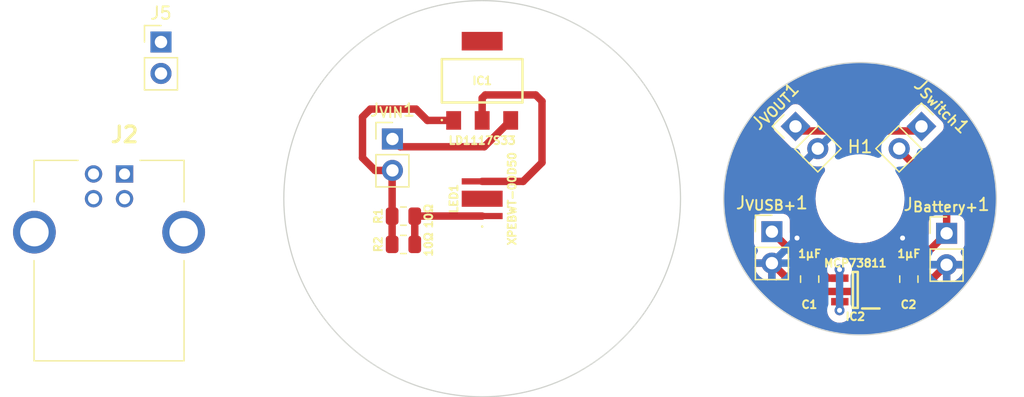
<source format=kicad_pcb>
(kicad_pcb (version 20221018) (generator pcbnew)
  (layers (0 "F.Cu" signal) (31 "B.Cu" signal) (34 "B.Paste" user) (35 "F.Paste" user) (36 "B.SilkS" user "B.Silkscreen") (37 "F.SilkS" user "F.Silkscreen") (38 "B.Mask" user) (39 "F.Mask" user) (44 "Edge.Cuts" user))
  (net 0 "")
  (net 2 "/GND")
  (net 3 "/5V")
  (net 4 "/3.7V")
  (net 5 "Net-(IC1-GND)")
  (net 10 "Net-(LED1-K)")
  (net 12 "Net-(IC1-3.3VOut)")
  (net 13 "Net-(IC1-15VIn)")
  (net 14 "Net-(J2-VBUS)")
  (net 15 "Net-(J2-GND)")
  (net 16 "Net-(J_{Switch}1-Pin_1)")
  (footprint "Connector_PinHeader_2.54mm:PinHeader_1x02_P2.54mm_Vertical" (layer "F.Cu") (at 83.185 96.774)
    (fp_text reference "J_{Battery+}1" (at 0 -2.33) (layer "F.SilkS"))
    (fp_text value "Conn_01x02_Pin")
    (fp_line (start -1.33 -1.33) (end 0 -1.33) (stroke (width 0.12)) (layer "F.SilkS"))
    (fp_line (start -1.33 0) (end -1.33 -1.33) (stroke (width 0.12)) (layer "F.SilkS"))
    (fp_line (start -1.33 1.27) (end -1.33 3.87) (stroke (width 0.12)) (layer "F.SilkS"))
    (fp_line (start -1.33 1.27) (end 1.33 1.27) (stroke (width 0.12)) (layer "F.SilkS"))
    (fp_line (start -1.33 3.87) (end 1.33 3.87) (stroke (width 0.12)) (layer "F.SilkS"))
    (fp_line (start 1.33 1.27) (end 1.33 3.87) (stroke (width 0.12)) (layer "F.SilkS"))
    (pad "1" thru_hole rect (at 0 0) (size 1.7 1.7) (drill 1) (layers "*.Cu" "*.Mask") (net 4 "/3.7V"))
    (pad "2" thru_hole oval (at 0 2.54) (size 1.7 1.7) (drill 1) (layers "*.Cu" "*.Mask") (net 2 "/GND"))
  )
  (footprint "SamacSys_Parts:LD1117S33C" (layer "F.Cu") (at 45.72 84.455)
    (fp_text reference "IC1" (at 0 0) (layer "F.SilkS") (effects (font (size 0.635 0.635))))
    (fp_text value "LD1117S33C" hide)
    (fp_text user "${Silkscreen}" (at 0 4.826) (layer "F.SilkS") (effects (font (size 0.635 0.635))))
    (fp_line (start -3.252 3.125) (end -3.252 3.125) (stroke (width 0.1)) (layer "F.SilkS"))
    (fp_line (start -3.252 3.225) (end -3.252 3.225) (stroke (width 0.1)) (layer "F.SilkS"))
    (fp_line (start -3.25 -1.75) (end 3.25 -1.75) (stroke (width 0.2)) (layer "F.SilkS"))
    (fp_line (start -3.25 1.75) (end -3.25 -1.75) (stroke (width 0.2)) (layer "F.SilkS"))
    (fp_line (start 3.25 -1.75) (end 3.25 1.75) (stroke (width 0.2)) (layer "F.SilkS"))
    (fp_line (start 3.25 1.75) (end -3.25 1.75) (stroke (width 0.2)) (layer "F.SilkS"))
    (fp_arc (start -3.252 3.125) (mid -3.202 3.175) (end -3.252 3.225) (stroke (width 0.1)) (layer "F.SilkS"))
    (fp_arc (start -3.252 3.225) (mid -3.302 3.175) (end -3.252 3.125) (stroke (width 0.1)) (layer "F.SilkS"))
    (pad "1" smd rect (at -2.3 3.2) (size 1.2 1.5) (layers "F.Cu" "F.Paste" "F.Mask") (net 5 "Net-(IC1-GND)"))
    (pad "2" smd rect (at 0 3.2) (size 1.2 1.5) (layers "F.Cu" "F.Paste" "F.Mask") (net 12 "Net-(IC1-3.3VOut)"))
    (pad "3" smd rect (at 2.3 3.2) (size 1.2 1.5) (layers "F.Cu" "F.Paste" "F.Mask") (net 13 "Net-(IC1-15VIn)"))
    (pad "4" smd rect (at 0 -3.2 90) (size 1.5 3.3) (layers "F.Cu" "F.Paste" "F.Mask"))
  )
  (footprint "Connector_PinHeader_2.54mm:PinHeader_1x02_P2.54mm_Vertical" (layer "F.Cu") (at 69.09 96.642)
    (fp_text reference "J_{VUSB+}1" (at 0 -2.33) (layer "F.SilkS"))
    (fp_text value "Conn_01x02_Pin")
    (fp_line (start -1.33 -1.33) (end 0 -1.33) (stroke (width 0.12)) (layer "F.SilkS"))
    (fp_line (start -1.33 0) (end -1.33 -1.33) (stroke (width 0.12)) (layer "F.SilkS"))
    (fp_line (start -1.33 1.27) (end -1.33 3.87) (stroke (width 0.12)) (layer "F.SilkS"))
    (fp_line (start -1.33 1.27) (end 1.33 1.27) (stroke (width 0.12)) (layer "F.SilkS"))
    (fp_line (start -1.33 3.87) (end 1.33 3.87) (stroke (width 0.12)) (layer "F.SilkS"))
    (fp_line (start 1.33 1.27) (end 1.33 3.87) (stroke (width 0.12)) (layer "F.SilkS"))
    (pad "1" thru_hole rect (at 0 0) (size 1.7 1.7) (drill 1) (layers "*.Cu" "*.Mask") (net 3 "/5V"))
    (pad "2" thru_hole oval (at 0 2.54) (size 1.7 1.7) (drill 1) (layers "*.Cu" "*.Mask") (net 2 "/GND"))
  )
  (footprint "SamacSys_Parts:C_0805" (layer "F.Cu") (at 72.138 100.456999 180)
    (fp_text reference "C1" (at 0.027 -2.075) (layer "F.SilkS") (effects (font (size 0.635 0.635))))
    (fp_text value "1μF" (at 0 2.032) (layer "F.SilkS") (effects (font (size 0.635 0.635))))
    (fp_line (start -0.735 0.245252) (end -0.735 -0.277252) (stroke (width 0.12)) (layer "F.SilkS"))
    (fp_line (start 0.735 0.245252) (end 0.735 -0.277252) (stroke (width 0.12)) (layer "F.SilkS"))
    (pad "1" smd roundrect (at 0 0.934 270) (size 1 1.45) (layers "F.Cu" "F.Paste" "F.Mask") (net 3 "/5V"))
    (pad "2" smd roundrect (at 0 -0.966 270) (size 1 1.45) (layers "F.Cu" "F.Paste" "F.Mask") (net 2 "/GND"))
  )
  (footprint "Connector_PinHeader_2.54mm:PinHeader_1x02_P2.54mm_Vertical" (layer "F.Cu") (at 70.995 88.138 45)
    (fp_text reference "J_{VOUT}1" (at 0 -2.33 45) (layer "F.SilkS"))
    (fp_text value "Conn_01x02_Pin")
    (fp_line (start -1.33 -1.33) (end 0 -1.33) (stroke (width 0.12)) (layer "F.SilkS"))
    (fp_line (start -1.33 0) (end -1.33 -1.33) (stroke (width 0.12)) (layer "F.SilkS"))
    (fp_line (start -1.33 1.27) (end -1.33 3.87) (stroke (width 0.12)) (layer "F.SilkS"))
    (fp_line (start -1.33 1.27) (end 1.33 1.27) (stroke (width 0.12)) (layer "F.SilkS"))
    (fp_line (start -1.33 3.87) (end 1.33 3.87) (stroke (width 0.12)) (layer "F.SilkS"))
    (fp_line (start 1.33 1.27) (end 1.33 3.87) (stroke (width 0.12)) (layer "F.SilkS"))
    (pad "1" thru_hole rect (at 0 0 45) (size 1.7 1.7) (drill 1) (layers "*.Cu" "*.Mask") (net 16 "Net-(J_{Switch}1-Pin_1)"))
    (pad "2" thru_hole oval (at 0 2.54 45) (size 1.7 1.7) (drill 1) (layers "*.Cu" "*.Mask") (net 2 "/GND"))
  )
  (footprint "Connector_PinHeader_2.54mm:PinHeader_1x02_P2.54mm_Vertical" (layer "F.Cu") (at 81.155 88.138 -45)
    (fp_text reference "J_{Switch}1" (at 0 -2.33 135) (layer "F.SilkS"))
    (fp_text value "Conn_01x02_Pin")
    (fp_line (start -1.33 -1.33) (end 0 -1.33) (stroke (width 0.12)) (layer "F.SilkS"))
    (fp_line (start -1.33 0) (end -1.33 -1.33) (stroke (width 0.12)) (layer "F.SilkS"))
    (fp_line (start -1.33 1.27) (end -1.33 3.87) (stroke (width 0.12)) (layer "F.SilkS"))
    (fp_line (start -1.33 1.27) (end 1.33 1.27) (stroke (width 0.12)) (layer "F.SilkS"))
    (fp_line (start -1.33 3.87) (end 1.33 3.87) (stroke (width 0.12)) (layer "F.SilkS"))
    (fp_line (start 1.33 1.27) (end 1.33 3.87) (stroke (width 0.12)) (layer "F.SilkS"))
    (pad "1" thru_hole rect (at 0 0 315) (size 1.7 1.7) (drill 1) (layers "*.Cu" "*.Mask") (net 16 "Net-(J_{Switch}1-Pin_1)"))
    (pad "2" thru_hole oval (at 0 2.54 315) (size 1.7 1.7) (drill 1) (layers "*.Cu" "*.Mask") (net 4 "/3.7V"))
  )
  (footprint "SamacSys_Parts:USBBSFBTHR" (layer "F.Cu") (at 16.871 91.98)
    (fp_text reference "J2" (at 0 -3.175 180) (layer "F.SilkS") (effects (font (size 1.27 1.27) (thickness 0.254))))
    (fp_text value "USB-B-S-F-B-TH-R" hide)
    (fp_line (start -7.3 -1.1) (end -7.3 -1.1) (stroke (width 0.1)) (layer "F.SilkS"))
    (fp_line (start -7.3 -1.1) (end -7.3 -1.1) (stroke (width 0.1)) (layer "F.SilkS"))
    (fp_line (start -7.3 -1.1) (end -7.3 2.25) (stroke (width 0.1)) (layer "F.SilkS"))
    (fp_line (start -7.3 -1.1) (end -3.75 -1.1) (stroke (width 0.1)) (layer "F.SilkS"))
    (fp_line (start -7.3 2.25) (end -7.3 -1.1) (stroke (width 0.1)) (layer "F.SilkS"))
    (fp_line (start -7.3 2.25) (end -7.3 2.25) (stroke (width 0.1)) (layer "F.SilkS"))
    (fp_line (start -7.3 7) (end -7.3 7) (stroke (width 0.1)) (layer "F.SilkS"))
    (fp_line (start -7.3 7) (end -7.3 15.1) (stroke (width 0.1)) (layer "F.SilkS"))
    (fp_line (start -7.3 15.1) (end -7.3 7) (stroke (width 0.1)) (layer "F.SilkS"))
    (fp_line (start -7.3 15.1) (end -7.3 15.1) (stroke (width 0.1)) (layer "F.SilkS"))
    (fp_line (start -7.3 15.1) (end -7.3 15.1) (stroke (width 0.1)) (layer "F.SilkS"))
    (fp_line (start -7.3 15.1) (end 4.8 15.1) (stroke (width 0.1)) (layer "F.SilkS"))
    (fp_line (start -3.75 -1.1) (end -7.3 -1.1) (stroke (width 0.1)) (layer "F.SilkS"))
    (fp_line (start -3.75 -1.1) (end -3.75 -1.1) (stroke (width 0.1)) (layer "F.SilkS"))
    (fp_line (start 1.25 -1.1) (end 1.25 -1.1) (stroke (width 0.1)) (layer "F.SilkS"))
    (fp_line (start 1.25 -1.1) (end 4.8 -1.1) (stroke (width 0.1)) (layer "F.SilkS"))
    (fp_line (start 4.8 -1.1) (end 1.25 -1.1) (stroke (width 0.1)) (layer "F.SilkS"))
    (fp_line (start 4.8 -1.1) (end 4.8 -1.1) (stroke (width 0.1)) (layer "F.SilkS"))
    (fp_line (start 4.8 -1.1) (end 4.8 -1.1) (stroke (width 0.1)) (layer "F.SilkS"))
    (fp_line (start 4.8 -1.1) (end 4.8 2.25) (stroke (width 0.1)) (layer "F.SilkS"))
    (fp_line (start 4.8 2.25) (end 4.8 -1.1) (stroke (width 0.1)) (layer "F.SilkS"))
    (fp_line (start 4.8 2.25) (end 4.8 2.25) (stroke (width 0.1)) (layer "F.SilkS"))
    (fp_line (start 4.8 7) (end 4.8 7) (stroke (width 0.1)) (layer "F.SilkS"))
    (fp_line (start 4.8 7) (end 4.8 15.1) (stroke (width 0.1)) (layer "F.SilkS"))
    (fp_line (start 4.8 15.1) (end -7.3 15.1) (stroke (width 0.1)) (layer "F.SilkS"))
    (fp_line (start 4.8 15.1) (end 4.8 7) (stroke (width 0.1)) (layer "F.SilkS"))
    (fp_line (start 4.8 15.1) (end 4.8 15.1) (stroke (width 0.1)) (layer "F.SilkS"))
    (fp_line (start 4.8 15.1) (end 4.8 15.1) (stroke (width 0.1)) (layer "F.SilkS"))
    (pad "1" thru_hole rect (at 0 0) (size 1.4 1.4) (drill 0.9) (layers "*.Cu" "*.Mask") (net 14 "Net-(J2-VBUS)"))
    (pad "2" thru_hole circle (at -2.5 0) (size 1.4 1.4) (drill 0.9) (layers "*.Cu" "*.Mask"))
    (pad "3" thru_hole circle (at -2.5 2) (size 1.4 1.4) (drill 0.9) (layers "*.Cu" "*.Mask"))
    (pad "4" thru_hole circle (at 0 2) (size 1.4 1.4) (drill 0.9) (layers "*.Cu" "*.Mask") (net 15 "Net-(J2-GND)"))
    (pad "MH1" thru_hole circle (at 4.77 4.7) (size 3.45 3.45) (drill 2.3) (layers "*.Cu" "*.Mask"))
    (pad "MH2" thru_hole circle (at -7.27 4.7) (size 3.45 3.45) (drill 2.3) (layers "*.Cu" "*.Mask"))
  )
  (footprint "Connector_PinHeader_2.54mm:PinHeader_1x02_P2.54mm_Vertical" (layer "F.Cu") (at 38.481 89.154)
    (fp_text reference "J_{VIN}1" (at 0 -2.33) (layer "F.SilkS"))
    (fp_text value "Conn_01x02_Pin")
    (fp_line (start -1.33 -1.33) (end 0 -1.33) (stroke (width 0.12)) (layer "F.SilkS"))
    (fp_line (start -1.33 0) (end -1.33 -1.33) (stroke (width 0.12)) (layer "F.SilkS"))
    (fp_line (start -1.33 1.27) (end -1.33 3.87) (stroke (width 0.12)) (layer "F.SilkS"))
    (fp_line (start -1.33 1.27) (end 1.33 1.27) (stroke (width 0.12)) (layer "F.SilkS"))
    (fp_line (start -1.33 3.87) (end 1.33 3.87) (stroke (width 0.12)) (layer "F.SilkS"))
    (fp_line (start 1.33 1.27) (end 1.33 3.87) (stroke (width 0.12)) (layer "F.SilkS"))
    (pad "1" thru_hole rect (at 0 0) (size 1.7 1.7) (drill 1) (layers "*.Cu" "*.Mask") (net 13 "Net-(IC1-15VIn)"))
    (pad "2" thru_hole oval (at 0 2.54) (size 1.7 1.7) (drill 1) (layers "*.Cu" "*.Mask") (net 5 "Net-(IC1-GND)"))
  )
  (footprint "SamacSys_Parts:R_0805" (layer "F.Cu") (at 39.37 95.377 90)
    (fp_text reference "R1" (at 0 -2.032 90) (layer "F.SilkS") (effects (font (size 0.635 0.635))))
    (fp_text value "10Ω" (at 0 2.032 90) (layer "F.SilkS") (effects (font (size 0.635 0.635))))
    (fp_line (start -0.745 0.227064) (end -0.745 -0.227064) (stroke (width 0.12)) (layer "F.SilkS"))
    (fp_line (start 0.725 0.227064) (end 0.725 -0.227064) (stroke (width 0.12)) (layer "F.SilkS"))
    (pad "1" smd roundrect (at -0.01 0.9125 180) (size 1.025 1.4) (layers "F.Cu" "F.Paste" "F.Mask") (roundrect_rratio 0.243902) (net 10 "Net-(LED1-K)"))
    (pad "2" smd roundrect (at -0.01 -0.9125 180) (size 1.025 1.4) (layers "F.Cu" "F.Paste" "F.Mask") (roundrect_rratio 0.243902) (net 5 "Net-(IC1-GND)"))
  )
  (footprint "MountingHole:MountingHole_3.2mm_M3" (layer "F.Cu") (at 76.2 93.98)
    (fp_text reference "H1" (at 0 -4.2) (layer "F.SilkS"))
    (fp_text value "MountingHole")
    (pad "" np_thru_hole circle (at 0 0) (size 3.2 3.2) (drill 3.2) (layers "*.Cu" "*.Mask"))
  )
  (footprint "SamacSys_Parts:XPEBWTL1000000D50" (layer "F.Cu") (at 45.72 93.98 90)
    (fp_text reference "LED1" (at 0 -2.286 90) (layer "F.SilkS") (effects (font (size 0.635 0.635))))
    (fp_text value "XPEBWT-L1-0000-00D50" hide)
    (fp_text user "${Silkscreen}" (at 0 2.413 90) (layer "F.SilkS") (effects (font (size 0.635 0.635))))
    (fp_line (start -2.3 0) (end -2.3 0) (stroke (width 0.1)) (layer "F.SilkS"))
    (fp_line (start -2.2 0) (end -2.2 0) (stroke (width 0.1)) (layer "F.SilkS"))
    (fp_arc (start -2.3 0) (mid -2.25 -0.05) (end -2.2 0) (stroke (width 0.1)) (layer "F.SilkS"))
    (fp_arc (start -2.2 0) (mid -2.25 0.05) (end -2.3 0) (stroke (width 0.1)) (layer "F.SilkS"))
    (pad "1" smd rect (at -1.4 0 90) (size 0.5 3.3) (layers "F.Cu" "F.Paste" "F.Mask") (net 10 "Net-(LED1-K)"))
    (pad "2" smd rect (at 1.4 0 90) (size 0.5 3.3) (layers "F.Cu" "F.Paste" "F.Mask") (net 12 "Net-(IC1-3.3VOut)"))
    (pad "3" smd rect (at 0 0 90) (size 1.3 3.3) (layers "F.Cu" "F.Paste" "F.Mask"))
  )
  (footprint "SamacSys_Parts:SOT95P270X145-5N" (layer "F.Cu") (at 75.819 101.346 180)
    (fp_text reference "IC2" (at 0 -2.159 180) (layer "F.SilkS") (effects (font (size 0.635 0.635))))
    (fp_text value "MCP73811T-420I/OT" hide)
    (fp_text user "${Silkscreen}" (at 0 2.159 180) (layer "F.SilkS") (effects (font (size 0.635 0.635))))
    (fp_line (start -1.95 -1.5) (end -0.55 -1.5) (stroke (width 0.2)) (layer "F.SilkS"))
    (fp_line (start -0.2 -1.45) (end 0.2 -1.45) (stroke (width 0.2)) (layer "F.SilkS"))
    (fp_line (start -0.2 1.45) (end -0.2 -1.45) (stroke (width 0.2)) (layer "F.SilkS"))
    (fp_line (start 0.2 -1.45) (end 0.2 1.45) (stroke (width 0.2)) (layer "F.SilkS"))
    (fp_line (start 0.2 1.45) (end -0.2 1.45) (stroke (width 0.2)) (layer "F.SilkS"))
    (pad "1" smd rect (at -1.25 -0.95 270) (size 0.6 1.4) (layers "F.Cu" "F.Paste" "F.Mask") (net 3 "/5V"))
    (pad "2" smd rect (at -1.25 0 270) (size 0.6 1.4) (layers "F.Cu" "F.Paste" "F.Mask") (net 2 "/GND"))
    (pad "3" smd rect (at -1.25 0.95 270) (size 0.6 1.4) (layers "F.Cu" "F.Paste" "F.Mask") (net 4 "/3.7V"))
    (pad "4" smd rect (at 1.25 0.95 270) (size 0.6 1.4) (layers "F.Cu" "F.Paste" "F.Mask") (net 3 "/5V"))
    (pad "5" smd rect (at 1.25 -0.95 270) (size 0.6 1.4) (layers "F.Cu" "F.Paste" "F.Mask") (net 3 "/5V"))
  )
  (footprint "SamacSys_Parts:R_0805" (layer "F.Cu") (at 39.37 97.663 90)
    (fp_text reference "R2" (at 0 -2.032 90) (layer "F.SilkS") (effects (font (size 0.635 0.635))))
    (fp_text value "10Ω" (at 0 2.032 90) (layer "F.SilkS") (effects (font (size 0.635 0.635))))
    (fp_line (start -0.745 0.227064) (end -0.745 -0.227064) (stroke (width 0.12)) (layer "F.SilkS"))
    (fp_line (start 0.725 0.227064) (end 0.725 -0.227064) (stroke (width 0.12)) (layer "F.SilkS"))
    (pad "1" smd roundrect (at -0.01 0.9125 180) (size 1.025 1.4) (layers "F.Cu" "F.Paste" "F.Mask") (roundrect_rratio 0.243902) (net 10 "Net-(LED1-K)"))
    (pad "2" smd roundrect (at -0.01 -0.9125 180) (size 1.025 1.4) (layers "F.Cu" "F.Paste" "F.Mask") (roundrect_rratio 0.243902) (net 5 "Net-(IC1-GND)"))
  )
  (footprint "Connector_PinHeader_2.54mm:PinHeader_1x02_P2.54mm_Vertical" (layer "F.Cu") (at 19.812 81.322)
    (fp_text reference "J5" (at 0 -2.33) (layer "F.SilkS"))
    (fp_text value "Conn_01x02_Pin")
    (fp_line (start -1.33 -1.33) (end 0 -1.33) (stroke (width 0.12)) (layer "F.SilkS"))
    (fp_line (start -1.33 0) (end -1.33 -1.33) (stroke (width 0.12)) (layer "F.SilkS"))
    (fp_line (start -1.33 1.27) (end -1.33 3.87) (stroke (width 0.12)) (layer "F.SilkS"))
    (fp_line (start -1.33 1.27) (end 1.33 1.27) (stroke (width 0.12)) (layer "F.SilkS"))
    (fp_line (start -1.33 3.87) (end 1.33 3.87) (stroke (width 0.12)) (layer "F.SilkS"))
    (fp_line (start 1.33 1.27) (end 1.33 3.87) (stroke (width 0.12)) (layer "F.SilkS"))
    (pad "1" thru_hole rect (at 0 0) (size 1.7 1.7) (drill 1) (layers "*.Cu" "*.Mask") (net 14 "Net-(J2-VBUS)"))
    (pad "2" thru_hole oval (at 0 2.54) (size 1.7 1.7) (drill 1) (layers "*.Cu" "*.Mask") (net 15 "Net-(J2-GND)"))
  )
  (footprint "SamacSys_Parts:C_0805" (layer "F.Cu") (at 80.139 100.457 180)
    (fp_text reference "C2" (at 0.027 -2.075) (layer "F.SilkS") (effects (font (size 0.635 0.635))))
    (fp_text value "1μF" (at 0 2.032) (layer "F.SilkS") (effects (font (size 0.635 0.635))))
    (fp_line (start -0.735 0.245252) (end -0.735 -0.277252) (stroke (width 0.12)) (layer "F.SilkS"))
    (fp_line (start 0.735 0.245252) (end 0.735 -0.277252) (stroke (width 0.12)) (layer "F.SilkS"))
    (pad "1" smd roundrect (at 0 0.934 270) (size 1 1.45) (layers "F.Cu" "F.Paste" "F.Mask") (net 4 "/3.7V"))
    (pad "2" smd roundrect (at 0 -0.966 270) (size 1 1.45) (layers "F.Cu" "F.Paste" "F.Mask") (net 2 "/GND"))
  )
  (gr_circle (center 76.2 93.98) (end 87.2 93.98) (stroke (width 0.1)) (fill none) (layer "Edge.Cuts"))
  (gr_circle (center 45.72 93.98) (end 61.72 93.98) (stroke (width 0.1)) (fill none) (layer "Edge.Cuts"))
  (segment (start 76.942 101.473) (end 72.188 101.473) (width 0.6) (layer "F.Cu") (net 2))
  (segment (start 77.069 101.346) (end 77.196 101.473) (width 0.6) (layer "F.Cu") (net 2))
  (segment (start 71.330999 101.422999) (end 69.09 99.182) (width 0.6) (layer "F.Cu") (net 2))
  (segment (start 71.116986 97.155) (end 71.878986 97.917) (width 0.6) (layer "F.Cu") (net 2))
  (segment (start 80.139 101.423) (end 81.073 101.423) (width 0.6) (layer "F.Cu") (net 2))
  (segment (start 81.073 101.423) (end 83.187 99.309) (width 0.6) (layer "F.Cu") (net 2))
  (segment (start 77.069 101.346) (end 76.942 101.473) (width 0.6) (layer "F.Cu") (net 2))
  (segment (start 77.196 101.473) (end 80.089 101.473) (width 0.6) (layer "F.Cu") (net 2))
  (segment (start 72.138 101.422999) (end 71.330999 101.422999) (width 0.6) (layer "F.Cu") (net 2))
  (segment (start 71.878986 97.917) (end 78.869008 97.917) (width 0.6) (layer "F.Cu") (net 2))
  (segment (start 78.869008 97.917) (end 79.631004 97.155004) (width 0.6) (layer "F.Cu") (net 2))
  (via (at 71.116986 97.155) (size 0.8) (drill 0.4) (layers "F.Cu" "B.Cu") (net 2))
  (via (at 79.631004 97.155004) (size 0.8) (drill 0.4) (layers "F.Cu" "B.Cu") (net 2))
  (segment (start 69.09 99.182) (end 71.116986 97.155014) (width 0.6) (layer "B.Cu") (net 2))
  (segment (start 81.785 99.309) (end 79.631004 97.155004) (width 0.6) (layer "B.Cu") (net 2))
  (segment (start 83.187 99.309) (end 81.785 99.309) (width 0.6) (layer "B.Cu") (net 2))
  (segment (start 71.116986 97.155014) (end 71.116986 97.155) (width 0.6) (layer "B.Cu") (net 2))
  (segment (start 74.549 99.695) (end 74.549 100.376) (width 0.6) (layer "F.Cu") (net 3))
  (segment (start 72.728 99.523) (end 72.138 99.523) (width 0.6) (layer "F.Cu") (net 3))
  (segment (start 72.138 99.522999) (end 71.970999 99.522999) (width 0.6) (layer "F.Cu") (net 3))
  (segment (start 74.549 100.376) (end 74.569 100.396) (width 0.6) (layer "F.Cu") (net 3))
  (segment (start 71.970999 99.522999) (end 69.09 96.642) (width 0.6) (layer "F.Cu") (net 3))
  (segment (start 74.569 100.396) (end 73.601 100.396) (width 0.6) (layer "F.Cu") (net 3))
  (segment (start 74.569 102.296) (end 74.569 102.977) (width 0.6) (layer "F.Cu") (net 3))
  (segment (start 73.601 100.396) (end 72.728 99.523) (width 0.6) (layer "F.Cu") (net 3))
  (segment (start 74.569 102.977) (end 74.549 102.997) (width 0.6) (layer "F.Cu") (net 3))
  (via (at 74.549 102.997) (size 0.8) (drill 0.4) (layers "F.Cu" "B.Cu") (net 3))
  (via (at 74.549 99.695) (size 0.8) (drill 0.4) (layers "F.Cu" "B.Cu") (net 3))
  (segment (start 74.549 102.997) (end 74.549 99.695) (width 0.6) (layer "B.Cu") (net 3))
  (segment (start 79.295 99.523) (end 80.139 99.523) (width 0.6) (layer "F.Cu") (net 4))
  (segment (start 80.139 99.523) (end 80.433 99.523) (width 0.6) (layer "F.Cu") (net 4))
  (segment (start 79.358949 90.035929) (end 83.187 93.86398) (width 0.6) (layer "F.Cu") (net 4))
  (segment (start 80.433 99.523) (end 83.187 96.769) (width 0.6) (layer "F.Cu") (net 4))
  (segment (start 79.358949 89.934051) (end 79.358949 90.035929) (width 0.6) (layer "F.Cu") (net 4))
  (segment (start 78.422 100.396) (end 79.295 99.523) (width 0.6) (layer "F.Cu") (net 4))
  (segment (start 77.069 100.396) (end 78.422 100.396) (width 0.6) (layer "F.Cu") (net 4))
  (segment (start 83.187 93.86398) (end 83.187 96.769) (width 0.6) (layer "F.Cu") (net 4))
  (segment (start 36.068 90.678) (end 37.084 91.694) (width 0.6) (layer "F.Cu") (net 5))
  (segment (start 40.386 86.741) (end 36.703 86.741) (width 0.6) (layer "F.Cu") (net 5))
  (segment (start 37.084 91.694) (end 38.481 91.694) (width 0.6) (layer "F.Cu") (net 5))
  (segment (start 38.4575 97.673) (end 38.4575 95.387) (width 0.6) (layer "F.Cu") (net 5))
  (segment (start 36.703 86.741) (end 36.068 87.376) (width 0.6) (layer "F.Cu") (net 5))
  (segment (start 41.3 87.655) (end 40.386 86.741) (width 0.6) (layer "F.Cu") (net 5))
  (segment (start 38.4575 95.387) (end 38.4575 91.7175) (width 0.6) (layer "F.Cu") (net 5))
  (segment (start 36.068 87.376) (end 36.068 90.678) (width 0.6) (layer "F.Cu") (net 5))
  (segment (start 43.42 87.655) (end 41.3 87.655) (width 0.6) (layer "F.Cu") (net 5))
  (segment (start 38.4575 91.7175) (end 38.481 91.694) (width 0.6) (layer "F.Cu") (net 5))
  (segment (start 45.72 95.38) (end 40.2895 95.38) (width 0.6) (layer "F.Cu") (net 10))
  (segment (start 40.2825 95.387) (end 40.2825 97.673) (width 0.6) (layer "F.Cu") (net 10))
  (segment (start 40.2895 95.38) (end 40.2825 95.387) (width 0.6) (layer "F.Cu") (net 10))
  (segment (start 45.974 85.598) (end 50.038 85.598) (width 0.6) (layer "F.Cu") (net 12))
  (segment (start 45.72 85.852) (end 45.974 85.598) (width 0.6) (layer "F.Cu") (net 12))
  (segment (start 50.546 91.059) (end 49.025 92.58) (width 0.6) (layer "F.Cu") (net 12))
  (segment (start 50.546 86.106) (end 50.546 91.059) (width 0.6) (layer "F.Cu") (net 12))
  (segment (start 49.025 92.58) (end 45.72 92.58) (width 0.6) (layer "F.Cu") (net 12))
  (segment (start 45.72 87.655) (end 45.72 85.852) (width 0.6) (layer "F.Cu") (net 12))
  (segment (start 50.038 85.598) (end 50.546 86.106) (width 0.6) (layer "F.Cu") (net 12))
  (segment (start 39.111 89.784) (end 45.891 89.784) (width 0.6) (layer "F.Cu") (net 13))
  (segment (start 45.891 89.784) (end 48.02 87.655) (width 0.6) (layer "F.Cu") (net 13))
  (segment (start 38.481 89.154) (end 39.111 89.784) (width 0.6) (layer "F.Cu") (net 13))
  (segment (start 71.363439 88.506439) (end 80.786561 88.506439) (width 0.6) (layer "F.Cu") (net 16))
  (segment (start 80.786561 88.506439) (end 81.155 88.138) (width 0.6) (layer "F.Cu") (net 16))
  (segment (start 70.995 88.138) (end 71.363439 88.506439) (width 0.6) (layer "F.Cu") (net 16))
  (zone (net 2) (net_name "/GND") (layers "F&B.Cu") (connect_pads (clearance 0.6)) (min_thickness 0.6) (fill yes (thermal_gap 0.6) (thermal_bridge_width 0.6))
    (polygon (pts (xy 65.026 82.804) (xy 87.378 82.804) (xy 87.505 105.156) (xy 65.026 105.156)))
  )
  (zone (net 0) (net_name "") (layers "F&B.Cu") (connect_pads (clearance 0)) (min_thickness 0.25)
    (keepout (tracks not_allowed) (vias not_allowed) (pads not_allowed) (copperpour not_allowed) (footprints not_allowed))
    (fill (thermal_gap 0.5) (thermal_bridge_width 0.5))
    (polygon (pts (xy 79.792102 93.98) (xy 79.772424 93.604523) (xy 79.713606 93.23316) (xy 79.616292 92.869979) (xy 79.481548 92.51896) (xy 79.310852 92.183949) (xy 79.106072 91.868615) (xy 78.869452 91.576415) (xy 78.603585 91.310548) (xy 78.311385 91.073928) (xy 77.996051 90.869148) (xy 77.66104 90.698452) (xy 77.310021 90.563708) (xy 76.94684 90.466394) (xy 76.575477 90.407576) (xy 76.2 90.387898) (xy 75.824523 90.407576) (xy 75.45316 90.466394) (xy 75.089979 90.563708) (xy 74.73896 90.698452) (xy 74.403949 90.869148) (xy 74.088615 91.073928) (xy 73.796415 91.310548) (xy 73.530548 91.576415) (xy 73.293928 91.868615) (xy 73.089148 92.183949) (xy 72.918452 92.51896) (xy 72.783708 92.869979) (xy 72.686394 93.23316) (xy 72.627576 93.604523) (xy 72.607898 93.98) (xy 72.627576 94.355477) (xy 72.686394 94.72684) (xy 72.783708 95.090021) (xy 72.918452 95.44104) (xy 73.089148 95.776051) (xy 73.293928 96.091385) (xy 73.530548 96.383585) (xy 73.796415 96.649452) (xy 74.088615 96.886072) (xy 74.403949 97.090852) (xy 74.73896 97.261548) (xy 75.089979 97.396292) (xy 75.45316 97.493606) (xy 75.824523 97.552424) (xy 76.2 97.572102) (xy 76.575477 97.552424) (xy 76.94684 97.493606) (xy 77.310021 97.396292) (xy 77.66104 97.261548) (xy 77.996051 97.090852) (xy 78.311385 96.886072) (xy 78.603585 96.649452) (xy 78.869452 96.383585) (xy 79.106072 96.091385) (xy 79.310852 95.776051) (xy 79.481548 95.44104) (xy 79.616292 95.090021) (xy 79.713606 94.72684) (xy 79.772424 94.355477) (xy 79.792102 93.98)))
  )
)
</source>
